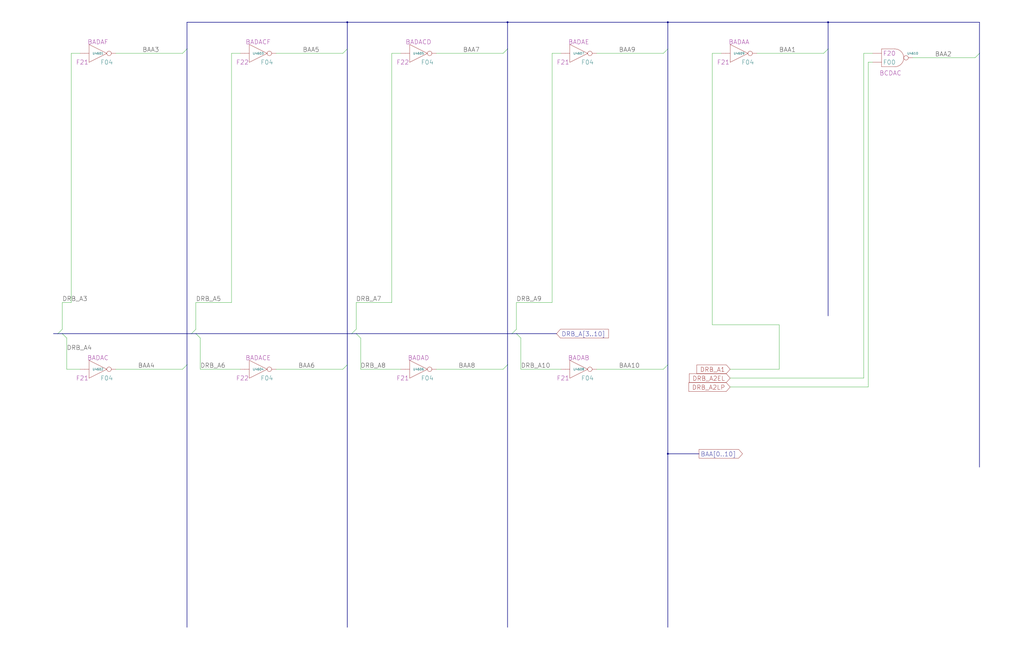
<source format=kicad_sch>
(kicad_sch (version 20250114) (generator "eeschema") (generator_version "9.0")
  (paper "User" 584.2 378.46)
  (title_block (title "PLANE B\\nDRAM ADDRESS BUFFERS") (date "08-MAR-90") (rev "0.0") (comment 1 "MEM32 BOARD") (comment 2 "232-003066") (comment 3 "S400") (comment 4 "RELEASED"))
  (lib_symbols
    (symbol "r1000:F00" (pin_numbers (hide yes)) (pin_names (hide yes))
      (property "Reference" "U" (at 15.24 0 0))
      (property "Value" "F00" (at 1.905 -5.08 0))
      (property "Location" "___" (at 1.905 0 0))
      (property "Name" "______" (at 2.54 -12.7 0))
      (symbol "F00_0_1"
        (polyline (pts (xy -2.54 2.54) (xy -2.54 -7.62)) (stroke (width 0.1524)))
        (polyline (pts (xy -2.54 2.54) (xy 5.08 2.54)) (stroke (width 0.1524)))
        (polyline (pts (xy -2.54 -7.62) (xy 5.08 -7.62)) (stroke (width 0.1524)))
        (arc (start 5.08 2.54) (mid 10.1281 -2.54) (end 5.08 -7.62) (stroke (width 0.1524)))
        (circle (center 11.43 -2.54) (radius 1.27) (stroke (width 0.1524)))
      )
      (symbol "F00_0_2"
        (arc (start -3.175 2.54) (mid -2.134 -2.54) (end -3.175 -7.62) (stroke (width 0.1524)))
        (circle (center -3.81 0) (radius 1.27) (stroke (width 0.1524)))
        (circle (center -3.81 -5.08) (radius 1.27) (stroke (width 0.1524)))
        (polyline (pts (xy -3.175 2.54) (xy 3.81 2.54)) (stroke (width 0.1524)))
        (polyline (pts (xy -3.175 -7.62) (xy 3.81 -7.62)) (stroke (width 0.1524)))
        (arc (start 3.81 2.54) (mid 7.5828 0.7472) (end 10.16 -2.54) (stroke (width 0.1524)))
        (arc (start 10.16 -2.54) (mid 7.5855 -5.8306) (end 3.81 -7.62) (stroke (width 0.1524)))
      )
      (symbol "F00_1_1"
        (pin input line (at -7.62 0 0) (length 5.08) (name "D0") (number "1"))
        (pin input line (at -7.62 -5.08 0) (length 5.08) (name "D1") (number "2"))
        (pin output line (at 15.24 -2.54 180) (length 2.54) (name "Q") (number "3"))
      )
      (symbol "F00_1_2"
        (pin input line (at -7.62 0 0) (length 2.54) (name "D0") (number "1"))
        (pin input line (at -7.62 -5.08 0) (length 2.54) (name "D1") (number "2"))
        (pin output line (at 15.24 -2.54 180) (length 5.08) (name "Q") (number "3"))
      )
    )
    (symbol "r1000:F04" (pin_numbers (hide yes)) (pin_names (hide yes))
      (property "Reference" "U" (at 0 0 0))
      (property "Value" "F04" (at 1.27 -5.08 0))
      (property "Location" "___" (at -12.7 -5.08 0))
      (property "Name" "______" (at 0 5.08 0))
      (symbol "F04_0_1"
        (polyline (pts (xy -7.62 0) (xy -5.08 0)) (stroke (width 0.1524)))
        (polyline (pts (xy -5.08 5.08) (xy -5.08 -5.08)) (stroke (width 0.1524)))
        (polyline (pts (xy 5.08 0) (xy -5.08 5.08)) (stroke (width 0.1524)))
        (polyline (pts (xy 5.08 0) (xy -5.08 -5.08)) (stroke (width 0.1524)))
        (circle (center 6.35 0) (radius 1.27) (stroke (width 0.1524)))
      )
      (symbol "F04_1_1"
        (pin input line (at -10.16 0 0) (length 2.54) (name "D0") (number "1"))
        (pin output line (at 10.16 0 180) (length 2.54) (name "Q") (number "2"))
      )
    )
  )
  (junction (at 472.44 12.7))
  (junction (at 381 259.08))
  (junction (at 289.56 12.7))
  (junction (at 198.12 12.7))
  (junction (at 381 12.7))
  (bus_entry (at 294.64 190.5) (size 2.54 2.54))
  (bus_entry (at 198.12 27.94) (size -2.54 2.54))
  (bus_entry (at 111.76 187.96) (size -2.54 2.54))
  (bus_entry (at 294.64 187.96) (size -2.54 2.54))
  (bus_entry (at 289.56 27.94) (size -2.54 2.54))
  (bus_entry (at 203.2 187.96) (size -2.54 2.54))
  (bus_entry (at 381 208.28) (size -2.54 2.54))
  (bus_entry (at 35.56 187.96) (size -2.54 2.54))
  (bus_entry (at 381 27.94) (size -2.54 2.54))
  (bus_entry (at 203.2 190.5) (size 2.54 2.54))
  (bus_entry (at 35.56 190.5) (size 2.54 2.54))
  (bus_entry (at 558.8 30.48) (size -2.54 2.54))
  (bus_entry (at 289.56 208.28) (size -2.54 2.54))
  (bus_entry (at 106.68 208.28) (size -2.54 2.54))
  (bus_entry (at 198.12 208.28) (size -2.54 2.54))
  (bus_entry (at 106.68 27.94) (size -2.54 2.54))
  (bus_entry (at 111.76 190.5) (size 2.54 2.54))
  (bus_entry (at 472.44 27.94) (size -2.54 2.54))
  (bus (pts (xy 106.68 12.7) (xy 106.68 27.94)))
  (bus (pts (xy 381 259.08) (xy 398.78 259.08)))
  (wire (pts (xy 406.4 30.48) (xy 411.48 30.48)))
  (wire (pts (xy 40.64 30.48) (xy 45.72 30.48)))
  (wire (pts (xy 132.08 30.48) (xy 132.08 172.72)))
  (wire (pts (xy 297.18 210.82) (xy 297.18 193.04)))
  (wire (pts (xy 416.56 215.9) (xy 492.76 215.9)))
  (wire (pts (xy 203.2 172.72) (xy 203.2 187.96)))
  (wire (pts (xy 416.56 220.98) (xy 495.3 220.98)))
  (bus (pts (xy 198.12 12.7) (xy 289.56 12.7)))
  (wire (pts (xy 111.76 172.72) (xy 132.08 172.72)))
  (wire (pts (xy 297.18 210.82) (xy 320.04 210.82)))
  (wire (pts (xy 520.7 33.02) (xy 556.26 33.02)))
  (wire (pts (xy 111.76 172.72) (xy 111.76 187.96)))
  (wire (pts (xy 495.3 35.56) (xy 495.3 220.98)))
  (wire (pts (xy 416.56 210.82) (xy 444.5 210.82)))
  (bus (pts (xy 558.8 30.48) (xy 558.8 266.7)))
  (bus (pts (xy 558.8 12.7) (xy 558.8 30.48)))
  (bus (pts (xy 30.48 190.5) (xy 33.02 190.5)))
  (bus (pts (xy 289.56 12.7) (xy 289.56 27.94)))
  (wire (pts (xy 314.96 172.72) (xy 294.64 172.72)))
  (wire (pts (xy 223.52 30.48) (xy 223.52 172.72)))
  (bus (pts (xy 472.44 12.7) (xy 558.8 12.7)))
  (bus (pts (xy 200.66 190.5) (xy 203.2 190.5)))
  (bus (pts (xy 106.68 12.7) (xy 198.12 12.7)))
  (wire (pts (xy 114.3 210.82) (xy 137.16 210.82)))
  (wire (pts (xy 314.96 30.48) (xy 314.96 172.72)))
  (wire (pts (xy 406.4 30.48) (xy 406.4 185.42)))
  (bus (pts (xy 289.56 12.7) (xy 381 12.7)))
  (wire (pts (xy 40.64 172.72) (xy 40.64 30.48)))
  (wire (pts (xy 431.8 30.48) (xy 469.9 30.48)))
  (wire (pts (xy 114.3 210.82) (xy 114.3 193.04)))
  (bus (pts (xy 381 12.7) (xy 472.44 12.7)))
  (wire (pts (xy 314.96 30.48) (xy 320.04 30.48)))
  (bus (pts (xy 472.44 27.94) (xy 472.44 180.34)))
  (bus (pts (xy 106.68 27.94) (xy 106.68 208.28)))
  (wire (pts (xy 340.36 30.48) (xy 378.46 30.48)))
  (wire (pts (xy 223.52 30.48) (xy 228.6 30.48)))
  (wire (pts (xy 444.5 185.42) (xy 444.5 210.82)))
  (bus (pts (xy 198.12 208.28) (xy 198.12 358.14)))
  (wire (pts (xy 223.52 172.72) (xy 203.2 172.72)))
  (wire (pts (xy 66.04 210.82) (xy 104.14 210.82)))
  (wire (pts (xy 157.48 30.48) (xy 195.58 30.48)))
  (wire (pts (xy 35.56 172.72) (xy 35.56 187.96)))
  (bus (pts (xy 106.68 208.28) (xy 106.68 358.14)))
  (wire (pts (xy 205.74 210.82) (xy 228.6 210.82)))
  (wire (pts (xy 157.48 210.82) (xy 195.58 210.82)))
  (wire (pts (xy 294.64 172.72) (xy 294.64 187.96)))
  (bus (pts (xy 381 208.28) (xy 381 259.08)))
  (wire (pts (xy 497.84 30.48) (xy 492.76 30.48)))
  (wire (pts (xy 497.84 35.56) (xy 495.3 35.56)))
  (bus (pts (xy 292.1 190.5) (xy 294.64 190.5)))
  (bus (pts (xy 294.64 190.5) (xy 317.5 190.5)))
  (bus (pts (xy 198.12 12.7) (xy 198.12 27.94)))
  (wire (pts (xy 205.74 210.82) (xy 205.74 193.04)))
  (wire (pts (xy 132.08 30.48) (xy 137.16 30.48)))
  (wire (pts (xy 40.64 172.72) (xy 35.56 172.72)))
  (bus (pts (xy 203.2 190.5) (xy 292.1 190.5)))
  (wire (pts (xy 406.4 185.42) (xy 444.5 185.42)))
  (wire (pts (xy 38.1 210.82) (xy 45.72 210.82)))
  (wire (pts (xy 66.04 30.48) (xy 104.14 30.48)))
  (bus (pts (xy 381 12.7) (xy 381 27.94)))
  (bus (pts (xy 472.44 12.7) (xy 472.44 27.94)))
  (bus (pts (xy 33.02 190.5) (xy 35.56 190.5)))
  (bus (pts (xy 381 27.94) (xy 381 208.28)))
  (bus (pts (xy 35.56 190.5) (xy 109.22 190.5)))
  (wire (pts (xy 340.36 210.82) (xy 378.46 210.82)))
  (bus (pts (xy 111.76 190.5) (xy 200.66 190.5)))
  (bus (pts (xy 109.22 190.5) (xy 111.76 190.5)))
  (bus (pts (xy 289.56 27.94) (xy 289.56 208.28)))
  (wire (pts (xy 248.92 30.48) (xy 287.02 30.48)))
  (bus (pts (xy 198.12 27.94) (xy 198.12 208.28)))
  (wire (pts (xy 492.76 30.48) (xy 492.76 215.9)))
  (bus (pts (xy 289.56 208.28) (xy 289.56 358.14)))
  (wire (pts (xy 38.1 210.82) (xy 38.1 193.04)))
  (wire (pts (xy 248.92 210.82) (xy 287.02 210.82)))
  (bus (pts (xy 381 259.08) (xy 381 358.14)))
  (label "DRB_A5" (at 111.76 172.72 0) (effects (font (size 2.54 2.54))))
  (label "BAA1" (at 444.5 30.48 0) (effects (font (size 2.54 2.54))))
  (label "DRB_A8" (at 205.74 210.82 0) (effects (font (size 2.54 2.54))))
  (label "BAA7" (at 264.16 30.48 0) (effects (font (size 2.54 2.54))))
  (label "BAA4" (at 78.74 210.82 0) (effects (font (size 2.54 2.54))))
  (label "DRB_A3" (at 35.56 172.72 0) (effects (font (size 2.54 2.54))))
  (label "BAA5" (at 172.72 30.48 0) (effects (font (size 2.54 2.54))))
  (label "DRB_A7" (at 203.2 172.72 0) (effects (font (size 2.54 2.54))))
  (label "BAA2" (at 533.4 33.02 0) (effects (font (size 2.54 2.54))))
  (label "BAA3" (at 81.28 30.48 0) (effects (font (size 2.54 2.54))))
  (label "DRB_A9" (at 294.64 172.72 0) (effects (font (size 2.54 2.54))))
  (label "BAA9" (at 353.06 30.48 0) (effects (font (size 2.54 2.54))))
  (label "DRB_A6" (at 114.3 210.82 0) (effects (font (size 2.54 2.54))))
  (label "DRB_A4" (at 38.1 200.66 0) (effects (font (size 2.54 2.54))))
  (label "BAA8" (at 261.62 210.82 0) (effects (font (size 2.54 2.54))))
  (label "BAA6" (at 170.18 210.82 0) (effects (font (size 2.54 2.54))))
  (label "BAA10" (at 353.06 210.82 0) (effects (font (size 2.54 2.54))))
  (label "DRB_A10" (at 297.18 210.82 0) (effects (font (size 2.54 2.54))))
  (global_label "DRB_A1" (shape input) (at 416.56 210.82 180) (effects (font (size 2.54 2.54))) (property "Intersheetrefs" "${INTERSHEET_REFS}" (at 397.5826 210.6613 0) (effects (font (size 1.905 1.905)) (justify right))))
  (global_label "DRB_A2LP" (shape input) (at 416.56 220.98 180) (effects (font (size 2.54 2.54))) (property "Intersheetrefs" "${INTERSHEET_REFS}" (at 392.9864 220.8213 0) (effects (font (size 1.905 1.905)) (justify right))))
  (global_label "DRB_A2EL" (shape input) (at 416.56 215.9 180) (effects (font (size 2.54 2.54))) (property "Intersheetrefs" "${INTERSHEET_REFS}" (at 393.2283 215.7413 0) (effects (font (size 1.905 1.905)) (justify right))))
  (global_label "DRB_A[3..10]" (shape input) (at 317.5 190.5 0) (effects (font (size 2.54 2.54))) (property "Intersheetrefs" "${INTERSHEET_REFS}" (at 347.1212 190.3413 0) (effects (font (size 1.905 1.905)) (justify left))))
  (global_label "BAA[0..10]" (shape output) (at 398.78 259.08 0) (effects (font (size 2.54 2.54))) (property "Intersheetrefs" "${INTERSHEET_REFS}" (at 423.5631 258.9213 0) (effects (font (size 1.905 1.905)) (justify left))))
  (symbol (lib_id "r1000:F04") (at 421.64 30.48 0) (unit 1)
    (property "Reference" "U4609" (at 421.64 30.48 0))
    (property "Value" "F04" (at 422.91 35.56 0) (effects (font (size 2.54 2.54)) (justify left)))
    (property "Location" "F21" (at 408.94 35.56 0) (effects (font (size 2.54 2.54)) (justify left)))
    (property "Name" "BADAA" (at 421.64 25.4 0) (effects (font (size 2.54 2.54)) (justify bottom)))
  )
  (symbol (lib_id "r1000:F04") (at 55.88 210.82 0) (unit 1)
    (property "Reference" "U4602" (at 55.88 210.82 0))
    (property "Value" "F04" (at 57.15 215.9 0) (effects (font (size 2.54 2.54)) (justify left)))
    (property "Location" "F21" (at 43.18 215.9 0) (effects (font (size 2.54 2.54)) (justify left)))
    (property "Name" "BADAC" (at 55.88 205.74 0) (effects (font (size 2.54 2.54)) (justify bottom)))
  )
  (symbol (lib_id "r1000:F04") (at 238.76 210.82 0) (unit 1)
    (property "Reference" "U4606" (at 238.76 210.82 0))
    (property "Value" "F04" (at 240.03 215.9 0) (effects (font (size 2.54 2.54)) (justify left)))
    (property "Location" "F21" (at 226.06 215.9 0) (effects (font (size 2.54 2.54)) (justify left)))
    (property "Name" "BADAD" (at 238.76 205.74 0) (effects (font (size 2.54 2.54)) (justify bottom)))
  )
  (symbol (lib_id "r1000:F04") (at 330.2 210.82 0) (unit 1)
    (property "Reference" "U4608" (at 330.2 210.82 0))
    (property "Value" "F04" (at 331.47 215.9 0) (effects (font (size 2.54 2.54)) (justify left)))
    (property "Location" "F21" (at 317.5 215.9 0) (effects (font (size 2.54 2.54)) (justify left)))
    (property "Name" "BADAB" (at 330.2 205.74 0) (effects (font (size 2.54 2.54)) (justify bottom)))
  )
  (symbol (lib_id "r1000:F04") (at 147.32 30.48 0) (unit 1)
    (property "Reference" "U4603" (at 147.32 30.48 0))
    (property "Value" "F04" (at 148.59 35.56 0) (effects (font (size 2.54 2.54)) (justify left)))
    (property "Location" "F22" (at 134.62 35.56 0) (effects (font (size 2.54 2.54)) (justify left)))
    (property "Name" "BADACF" (at 147.32 25.4 0) (effects (font (size 2.54 2.54)) (justify bottom)))
  )
  (symbol (lib_id "r1000:F00") (at 505.46 30.48 0) (unit 1)
    (property "Reference" "U4610" (at 520.7 30.48 0))
    (property "Value" "F00" (at 507.365 35.56 0) (effects (font (size 2.54 2.54))))
    (property "Location" "F20" (at 507.365 30.48 0) (effects (font (size 2.54 2.54))))
    (property "Name" "BCDAC" (at 508 43.18 0) (effects (font (size 2.54 2.54)) (justify bottom)))
  )
  (symbol (lib_id "r1000:F04") (at 330.2 30.48 0) (unit 1)
    (property "Reference" "U4607" (at 330.2 30.48 0))
    (property "Value" "F04" (at 331.47 35.56 0) (effects (font (size 2.54 2.54)) (justify left)))
    (property "Location" "F21" (at 317.5 35.56 0) (effects (font (size 2.54 2.54)) (justify left)))
    (property "Name" "BADAE" (at 330.2 25.4 0) (effects (font (size 2.54 2.54)) (justify bottom)))
  )
  (symbol (lib_id "r1000:F04") (at 238.76 30.48 0) (unit 1)
    (property "Reference" "U4605" (at 238.76 30.48 0))
    (property "Value" "F04" (at 240.03 35.56 0) (effects (font (size 2.54 2.54)) (justify left)))
    (property "Location" "F22" (at 226.06 35.56 0) (effects (font (size 2.54 2.54)) (justify left)))
    (property "Name" "BADACD" (at 238.76 25.4 0) (effects (font (size 2.54 2.54)) (justify bottom)))
  )
  (symbol (lib_id "r1000:F04") (at 55.88 30.48 0) (unit 1)
    (property "Reference" "U4601" (at 55.88 30.48 0))
    (property "Value" "F04" (at 57.15 35.56 0) (effects (font (size 2.54 2.54)) (justify left)))
    (property "Location" "F21" (at 43.18 35.56 0) (effects (font (size 2.54 2.54)) (justify left)))
    (property "Name" "BADAF" (at 55.88 25.4 0) (effects (font (size 2.54 2.54)) (justify bottom)))
  )
  (symbol (lib_id "r1000:F04") (at 147.32 210.82 0) (unit 1)
    (property "Reference" "U4604" (at 147.32 210.82 0))
    (property "Value" "F04" (at 148.59 215.9 0) (effects (font (size 2.54 2.54)) (justify left)))
    (property "Location" "F22" (at 134.62 215.9 0) (effects (font (size 2.54 2.54)) (justify left)))
    (property "Name" "BADACE" (at 147.32 205.74 0) (effects (font (size 2.54 2.54)) (justify bottom)))
  )
)
</source>
